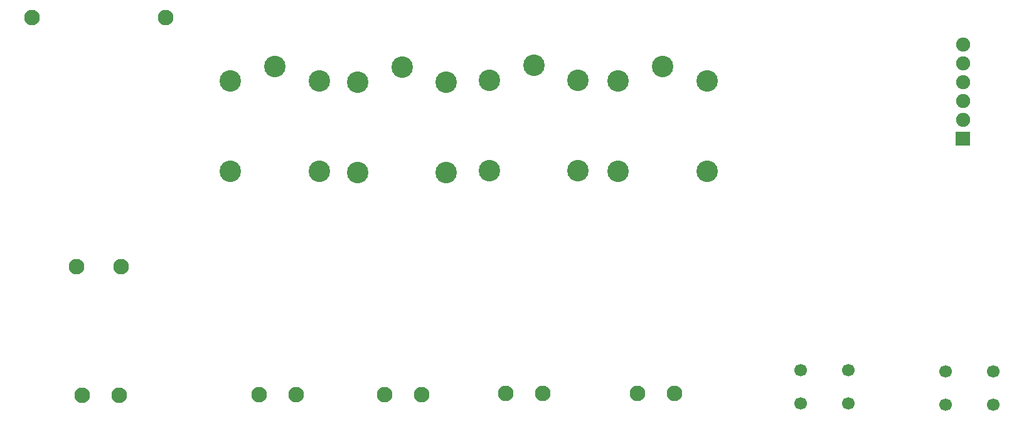
<source format=gbs>
G04 Layer: BottomSolderMaskLayer*
G04 EasyEDA v6.4.21, 2021-08-30T13:38:49+01:00*
G04 675468226515401a9f91b2405e789893,c56e7913202049aab2d2ce8198c124d2,10*
G04 Gerber Generator version 0.2*
G04 Scale: 100 percent, Rotated: No, Reflected: No *
G04 Dimensions in millimeters *
G04 leading zeros omitted , absolute positions ,4 integer and 5 decimal *
%FSLAX45Y45*%
%MOMM*%

%ADD42C,1.7000*%
%ADD43C,2.8956*%
%ADD44C,2.1016*%
%ADD45C,1.9016*%

%LPD*%
D42*
G01*
X13507605Y-1045006D03*
G01*
X12857594Y-1045006D03*
G01*
X12857594Y-1494993D03*
G01*
X13507605Y-1494993D03*
G01*
X10901794Y-1482293D03*
G01*
X11551805Y-1482293D03*
G01*
X11551805Y-1032306D03*
G01*
X10901794Y-1032306D03*
D43*
G01*
X3210052Y1652193D03*
G01*
X3810000Y3072206D03*
G01*
X4409998Y2872206D03*
G01*
X3210001Y2872206D03*
G01*
X4409947Y1652193D03*
G01*
X8442452Y1652193D03*
G01*
X9042400Y3072206D03*
G01*
X9642398Y2872206D03*
G01*
X8442401Y2872206D03*
G01*
X9642347Y1652193D03*
D44*
G01*
X1710944Y-1371600D03*
G01*
X1210055Y-1371600D03*
G01*
X4098543Y-1358900D03*
G01*
X3597656Y-1358900D03*
G01*
X7425943Y-1346200D03*
G01*
X6925056Y-1346200D03*
G01*
X5787643Y-1358900D03*
G01*
X5286756Y-1358900D03*
G01*
X9203943Y-1346200D03*
G01*
X8703056Y-1346200D03*
D45*
G01*
X13093700Y3365500D03*
G01*
X13093700Y3111500D03*
G01*
X13093700Y2857500D03*
G01*
X13093700Y2603500D03*
G01*
X13093700Y2349500D03*
G36*
X12998704Y2000504D02*
G01*
X12998704Y2190495D01*
X13188695Y2190495D01*
X13188695Y2000504D01*
G37*
D44*
G01*
X2335098Y3724694D03*
G01*
X535101Y3724694D03*
G01*
X1735099Y364705D03*
G01*
X1135100Y364705D03*
D43*
G01*
X4924552Y1639493D03*
G01*
X5524500Y3059506D03*
G01*
X6124498Y2859506D03*
G01*
X4924501Y2859506D03*
G01*
X6124447Y1639493D03*
G01*
X6702552Y1664893D03*
G01*
X7302500Y3084906D03*
G01*
X7902498Y2884906D03*
G01*
X6702501Y2884906D03*
G01*
X7902447Y1664893D03*
M02*

</source>
